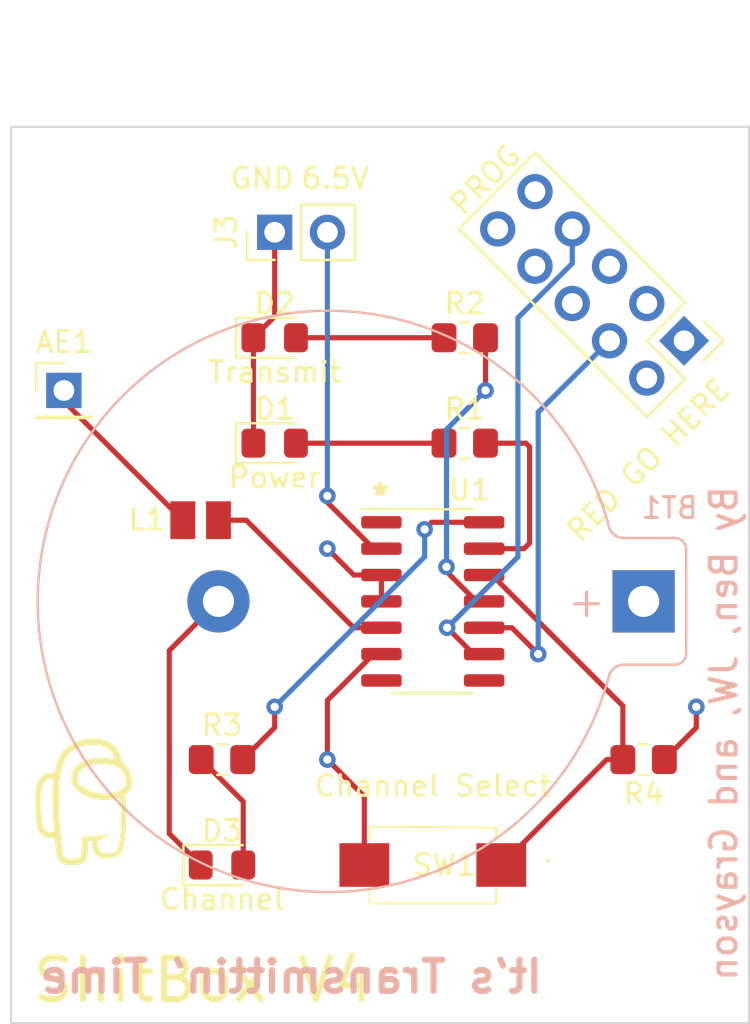
<source format=kicad_pcb>
(kicad_pcb (version 20211014) (generator pcbnew)
  (layers (0 "F.Cu" signal) (1 "In1.Cu" power "GND") (2 "In2.Cu" power "VCC") (31 "B.Cu" signal) (34 "B.Paste" user) (35 "F.Paste" user) (36 "B.SilkS" user "B.Silkscreen") (37 "F.SilkS" user "F.Silkscreen") (38 "B.Mask" user) (39 "F.Mask" user) (44 "Edge.Cuts" user))
  (net 0 "")
  (net 1 "+3V3")
  (net 2 "GND")
  (net 3 "Net-(D1-Pad2)")
  (net 4 "Net-(D2-Pad2)")
  (net 5 "Net-(D3-Pad2)")
  (net 6 "/VPP")
  (net 10 "/C2CLK")
  (net 13 "/C2DAT")
  (net 19 "GPIO1")
  (net 20 "GPIO3")
  (net 21 "GPIO8")
  (net 22 "GPIO2")
  (net 23 "/TXP")
  (net 24 "Net-(AE1-Pad1)")
  (footprint "Resistor_SMD:R_0805_2012Metric_Pad1.20x1.40mm_HandSolder" (layer "F.Cu") (at 129.54 93.98)
    (fp_text reference "R3" (at 0 -1.65) (layer "F.SilkS"))
    (fp_text value "1k")
    (fp_line (start -0.227064 0.735) (end 0.227064 0.735) (layer "F.SilkS") (width 0.12))
    (fp_line (start -0.227064 -0.735) (end 0.227064 -0.735) (layer "F.SilkS") (width 0.12))
    (pad "1" smd roundrect (at -1 0) (size 1.2 1.4) (layers "F.Cu" "F.Paste" "F.Mask") (roundrect_rratio 0.2083333333) (net 5 "Net-(D3-Pad2)"))
    (pad "2" smd roundrect (at 1 0) (size 1.2 1.4) (layers "F.Cu" "F.Paste" "F.Mask") (roundrect_rratio 0.2083333333) (net 21 "GPIO8"))
  )
  (footprint "MountingHole:MountingHole_3.2mm_M3" (layer "F.Cu") (at 149.86 101.6)
    (fp_text reference "REF**" hide)
    (fp_text value "MountingHole_3.2mm_M3" hide)
    (pad "" np_thru_hole circle (at 0 0) (size 3.2 3.2) (drill 3.2) (layers *.Cu *.Mask))
  )
  (footprint "DFE201610E-1R0M_P2:INDC2016X100N" (layer "F.Cu") (at 128.511648 82.448962)
    (fp_text reference "L1" (at -2.592375 -0.030017) (layer "F.SilkS"))
    (fp_text value "1uH")
    (pad "1" smd rect (at -0.86 0) (size 1.2 1.82) (layers "F.Cu" "F.Paste" "F.Mask") (net 24 "Net-(AE1-Pad1)"))
    (pad "2" smd rect (at 0.86 0) (size 1.2 1.82) (layers "F.Cu" "F.Paste" "F.Mask") (net 23 "/TXP"))
  )
  (footprint "MountingHole:MountingHole_3.2mm_M3" (layer "F.Cu") (at 124.46 67.945)
    (fp_text reference "REF**" hide)
    (fp_text value "MountingHole_3.2mm_M3" hide)
    (pad "" np_thru_hole circle (at 0 0) (size 3.2 3.2) (drill 3.2) (layers *.Cu *.Mask))
  )
  (footprint "Resistor_SMD:R_0805_2012Metric_Pad1.20x1.40mm_HandSolder" (layer "F.Cu") (at 149.86 93.98 180)
    (fp_text reference "R4" (at 0 -1.65) (layer "F.SilkS"))
    (fp_text value "1k")
    (fp_line (start -0.227064 0.735) (end 0.227064 0.735) (layer "F.SilkS") (width 0.12))
    (fp_line (start -0.227064 -0.735) (end 0.227064 -0.735) (layer "F.SilkS") (width 0.12))
    (pad "1" smd roundrect (at -1 0 180) (size 1.2 1.4) (layers "F.Cu" "F.Paste" "F.Mask") (roundrect_rratio 0.2083333333) (net 2 "GND"))
    (pad "2" smd roundrect (at 1 0 180) (size 1.2 1.4) (layers "F.Cu" "F.Paste" "F.Mask") (roundrect_rratio 0.2083333333) (net 22 "GPIO2"))
  )
  (footprint "Connector_PinHeader_2.54mm:PinHeader_2x05_P2.54mm_Vertical" (layer "F.Cu") (at 151.810129 73.807006 -135)
    (fp_text reference "PROG" (at 1.275001 12.259206 45) (layer "F.SilkS"))
    (fp_text value "ProgrammingAdapter")
    (fp_line (start -1.33 11.49) (end 3.87 11.49) (layer "F.SilkS") (width 0.12))
    (fp_line (start -1.33 0) (end -1.33 -1.33) (layer "F.SilkS") (width 0.12))
    (fp_line (start 3.87 -1.33) (end 3.87 11.49) (layer "F.SilkS") (width 0.12))
    (fp_line (start -1.33 1.27) (end 1.27 1.27) (layer "F.SilkS") (width 0.12))
    (fp_line (start 1.27 1.27) (end 1.27 -1.33) (layer "F.SilkS") (width 0.12))
    (fp_line (start -1.33 1.27) (end -1.33 11.49) (layer "F.SilkS") (width 0.12))
    (fp_line (start -1.33 -1.33) (end 0 -1.33) (layer "F.SilkS") (width 0.12))
    (fp_line (start 1.27 -1.33) (end 3.87 -1.33) (layer "F.SilkS") (width 0.12))
    (pad "1" thru_hole rect (at 0 0 225) (size 1.7 1.7) (drill 1) (layers *.Cu *.Mask))
    (pad "2" thru_hole oval (at 2.54 0 225) (size 1.7 1.7) (drill 1) (layers *.Cu *.Mask) (net 2 "GND"))
    (pad "3" thru_hole oval (at 0 2.54 225) (size 1.7 1.7) (drill 1) (layers *.Cu *.Mask))
    (pad "4" thru_hole oval (at 2.54 2.54 225) (size 1.7 1.7) (drill 1) (layers *.Cu *.Mask) (net 13 "/C2DAT"))
    (pad "5" thru_hole oval (at 0 5.08 225) (size 1.7 1.7) (drill 1) (layers *.Cu *.Mask))
    (pad "6" thru_hole oval (at 2.54 5.08 225) (size 1.7 1.7) (drill 1) (layers *.Cu *.Mask))
    (pad "7" thru_hole oval (at 0 7.62 225) (size 1.7 1.7) (drill 1) (layers *.Cu *.Mask) (net 10 "/C2CLK"))
    (pad "8" thru_hole oval (at 2.54 7.62 225) (size 1.7 1.7) (drill 1) (layers *.Cu *.Mask))
    (pad "9" thru_hole oval (at 0 10.16 225) (size 1.7 1.7) (drill 1) (layers *.Cu *.Mask))
    (pad "10" thru_hole oval (at 2.54 10.16 225) (size 1.7 1.7) (drill 1) (layers *.Cu *.Mask))
  )
  (footprint "Resistor_SMD:R_0805_2012Metric_Pad1.20x1.40mm_HandSolder" (layer "F.Cu") (at 141.24 78.74)
    (fp_text reference "R1" (at 0 -1.65) (layer "F.SilkS"))
    (fp_text value "1k")
    (fp_line (start -0.227064 -0.735) (end 0.227064 -0.735) (layer "F.SilkS") (width 0.12))
    (fp_line (start -0.227064 0.735) (end 0.227064 0.735) (layer "F.SilkS") (width 0.12))
    (pad "1" smd roundrect (at -1 0) (size 1.2 1.4) (layers "F.Cu" "F.Paste" "F.Mask") (roundrect_rratio 0.2083333333) (net 3 "Net-(D1-Pad2)"))
    (pad "2" smd roundrect (at 1 0) (size 1.2 1.4) (layers "F.Cu" "F.Paste" "F.Mask") (roundrect_rratio 0.2083333333) (net 19 "GPIO1"))
  )
  (footprint "PTS636_SM25F_SMTR_LFS(1):PTS636SM25FSMTRLFS" (layer "F.Cu") (at 139.7 99.06 180)
    (fp_text reference "SW1" (at -0.55 0 180) (layer "F.SilkS"))
    (fp_text value "SW_ChnlSelect")
    (fp_line (start -5.5 0.2) (end -5.5 0.2) (layer "F.SilkS") (width 0.1))
    (fp_line (start -3.05 1.2) (end -3.05 1.8) (layer "F.SilkS") (width 0.1))
    (fp_line (start -3.05 -1.85) (end 3.05 -1.85) (layer "F.SilkS") (width 0.1))
    (fp_line (start 3.05 -1.85) (end 3.05 -1.2) (layer "F.SilkS") (width 0.1))
    (fp_line (start -3.05 -1.2) (end -3.05 -1.85) (layer "F.SilkS") (width 0.1))
    (fp_line (start 3.05 1.2) (end 3.05 1.2) (layer "F.SilkS") (width 0.1))
    (fp_line (start -3.05 1.8) (end 3.05 1.85) (layer "F.SilkS") (width 0.1))
    (fp_line (start 3.05 1.85) (end 3.05 1.2) (layer "F.SilkS") (width 0.1))
    (fp_line (start -5.6 0.2) (end -5.6 0.2) (layer "F.SilkS") (width 0.1))
    (fp_arc (start -5.5 0.2) (mid -5.55 0.25) (end -5.6 0.2) (layer "F.SilkS") (width 0.1))
    (fp_arc (start -5.6 0.2) (mid -5.55 0.15) (end -5.5 0.2) (layer "F.SilkS") (width 0.1))
    (pad "1" smd rect locked (at -3.3 0 180) (size 2.4 2.1) (layers "F.Cu" "F.Paste" "F.Mask") (net 22 "GPIO2"))
    (pad "2" smd rect locked (at 3.3 0 180) (size 2.4 2.1) (layers "F.Cu" "F.Paste" "F.Mask") (net 1 "+3V3"))
  )
  (footprint "LED_SMD:LED_0805_2012Metric_Pad1.15x1.40mm_HandSolder" (layer "F.Cu") (at 132.08 73.66)
    (fp_text reference "D2" (at 0 -1.65) (layer "F.SilkS"))
    (fp_text value "Transmit" (at 0 1.65) (layer "F.SilkS"))
    (fp_line (start -1.86 0.96) (end 1 0.96) (layer "F.SilkS") (width 0.12))
    (fp_line (start 1 -0.96) (end -1.86 -0.96) (layer "F.SilkS") (width 0.12))
    (fp_line (start -1.86 -0.96) (end -1.86 0.96) (layer "F.SilkS") (width 0.12))
    (pad "1" smd roundrect (at -1.025 0) (size 1.15 1.4) (layers "F.Cu" "F.Paste" "F.Mask") (roundrect_rratio 0.2173913043) (net 2 "GND"))
    (pad "2" smd roundrect (at 1.025 0) (size 1.15 1.4) (layers "F.Cu" "F.Paste" "F.Mask") (roundrect_rratio 0.2173913043) (net 4 "Net-(D2-Pad2)"))
  )
  (footprint "Connector_PinHeader_2.54mm:PinHeader_1x02_P2.54mm_Vertical" (layer "F.Cu") (at 132.08 68.58 90)
    (fp_text reference "J3" (at 0 -2.33 90) (layer "F.SilkS"))
    (fp_text value "6.5v Programming Connector")
    (fp_line (start -1.33 -1.33) (end 0 -1.33) (layer "F.SilkS") (width 0.12))
    (fp_line (start -1.33 0) (end -1.33 -1.33) (layer "F.SilkS") (width 0.12))
    (fp_line (start -1.33 3.87) (end 1.33 3.87) (layer "F.SilkS") (width 0.12))
    (fp_line (start -1.33 1.27) (end -1.33 3.87) (layer "F.SilkS") (width 0.12))
    (fp_line (start 1.33 1.27) (end 1.33 3.87) (layer "F.SilkS") (width 0.12))
    (fp_line (start -1.33 1.27) (end 1.33 1.27) (layer "F.SilkS") (width 0.12))
    (pad "1" thru_hole rect (at 0 0 90) (size 1.7 1.7) (drill 1) (layers *.Cu *.Mask) (net 2 "GND"))
    (pad "2" thru_hole oval (at 0 2.54 90) (size 1.7 1.7) (drill 1) (layers *.Cu *.Mask) (net 6 "/VPP"))
  )
  (footprint "Package_SO:SOIC-14_3.9x8.7mm_P1.27mm" (layer "F.Cu") (at 139.7 86.36)
    (fp_text reference "U1" (at 1.777881 -5.378936) (layer "F.SilkS"))
    (fp_text value "Si4010-GS")
    (fp_line (start 0 4.435) (end -1.95 4.435) (layer "F.SilkS") (width 0.12))
    (fp_line (start 0 4.435) (end 1.95 4.435) (layer "F.SilkS") (width 0.12))
    (fp_line (start 0 -4.435) (end 1.95 -4.435) (layer "F.SilkS") (width 0.12))
    (fp_line (start 0 -4.435) (end -3.45 -4.435) (layer "F.SilkS") (width 0.12))
    (pad "1" smd roundrect (at -2.475 -3.81) (size 1.95 0.6) (layers "F.Cu" "F.Paste" "F.Mask"))
    (pad "2" smd roundrect (at -2.475 -2.54) (size 1.95 0.6) (layers "F.Cu" "F.Paste" "F.Mask") (net 6 "/VPP"))
    (pad "3" smd roundrect (at -2.475 -1.27) (size 1.95 0.6) (layers "F.Cu" "F.Paste" "F.Mask") (net 2 "GND"))
    (pad "4" smd roundrect (at -2.475 0) (size 1.95 0.6) (layers "F.Cu" "F.Paste" "F.Mask") (net 2 "GND"))
    (pad "5" smd roundrect (at -2.475 1.27) (size 1.95 0.6) (layers "F.Cu" "F.Paste" "F.Mask") (net 23 "/TXP"))
    (pad "6" smd roundrect (at -2.475 2.54) (size 1.95 0.6) (layers "F.Cu" "F.Paste" "F.Mask") (net 1 "+3V3"))
    (pad "7" smd roundrect (at -2.475 3.81) (size 1.95 0.6) (layers "F.Cu" "F.Paste" "F.Mask"))
    (pad "8" smd roundrect (at 2.475 3.81) (size 1.95 0.6) (layers "F.Cu" "F.Paste" "F.Mask"))
    (pad "9" smd roundrect (at 2.475 2.54) (size 1.95 0.6) (layers "F.Cu" "F.Paste" "F.Mask") (net 10 "/C2CLK"))
    (pad "10" smd roundrect (at 2.475 1.27) (size 1.95 0.6) (layers "F.Cu" "F.Paste" "F.Mask") (net 13 "/C2DAT"))
    (pad "11" smd roundrect (at 2.475 0) (size 1.95 0.6) (layers "F.Cu" "F.Paste" "F.Mask") (net 20 "GPIO3"))
    (pad "12" smd roundrect (at 2.475 -1.27) (size 1.95 0.6) (layers "F.Cu" "F.Paste" "F.Mask") (net 22 "GPIO2"))
    (pad "13" smd roundrect (at 2.475 -2.54) (size 1.95 0.6) (layers "F.Cu" "F.Paste" "F.Mask") (net 19 "GPIO1"))
    (pad "14" smd roundrect (at 2.475 -3.81) (size 1.95 0.6) (layers "F.Cu" "F.Paste" "F.Mask") (net 21 "GPIO8"))
  )
  (footprint "LED_SMD:LED_0805_2012Metric_Pad1.15x1.40mm_HandSolder" (layer "F.Cu") (at 129.54 99.06)
    (fp_text reference "D3" (at 0 -1.65) (layer "F.SilkS"))
    (fp_text value "Channel" (at 0 1.65) (layer "F.SilkS"))
    (fp_line (start -1.86 0.96) (end 1 0.96) (layer "F.SilkS") (width 0.12))
    (fp_line (start -1.86 -0.96) (end -1.86 0.96) (layer "F.SilkS") (width 0.12))
    (fp_line (start 1 -0.96) (end -1.86 -0.96) (layer "F.SilkS") (width 0.12))
    (pad "1" smd roundrect (at -1.025 0) (size 1.15 1.4) (layers "F.Cu" "F.Paste" "F.Mask") (roundrect_rratio 0.2173913043) (net 2 "GND"))
    (pad "2" smd roundrect (at 1.025 0) (size 1.15 1.4) (layers "F.Cu" "F.Paste" "F.Mask") (roundrect_rratio 0.2173913043) (net 5 "Net-(D3-Pad2)"))
  )
  (footprint "LED_SMD:LED_0805_2012Metric_Pad1.15x1.40mm_HandSolder" (layer "F.Cu") (at 132.08 78.74)
    (fp_text reference "D1" (at 0 -1.65) (layer "F.SilkS"))
    (fp_text value "Power" (at 0 1.65) (layer "F.SilkS"))
    (fp_line (start -1.86 0.96) (end 1 0.96) (layer "F.SilkS") (width 0.12))
    (fp_line (start -1.86 -0.96) (end -1.86 0.96) (layer "F.SilkS") (width 0.12))
    (fp_line (start 1 -0.96) (end -1.86 -0.96) (layer "F.SilkS") (width 0.12))
    (pad "1" smd roundrect (at -1.025 0) (size 1.15 1.4) (layers "F.Cu" "F.Paste" "F.Mask") (roundrect_rratio 0.2173913043) (net 2 "GND"))
    (pad "2" smd roundrect (at 1.025 0) (size 1.15 1.4) (layers "F.Cu" "F.Paste" "F.Mask") (roundrect_rratio 0.2173913043) (net 3 "Net-(D1-Pad2)"))
  )
  (footprint "Connector_PinHeader_2.54mm:PinHeader_1x01_P2.54mm_Vertical" (layer "F.Cu") (at 121.92 76.2)
    (fp_text reference "AE1" (at 0 -2.33) (layer "F.SilkS"))
    (fp_text value "Antenna")
    (fp_line (start -1.33 1.33) (end 1.33 1.33) (layer "F.SilkS") (width 0.12))
    (fp_line (start -1.33 0) (end -1.33 -1.33) (layer "F.SilkS") (width 0.12))
    (fp_line (start 1.33 1.27) (end 1.33 1.33) (layer "F.SilkS") (width 0.12))
    (fp_line (start -1.33 -1.33) (end 0 -1.33) (layer "F.SilkS") (width 0.12))
    (fp_line (start -1.33 1.27) (end 1.33 1.27) (layer "F.SilkS") (width 0.12))
    (fp_line (start -1.33 1.27) (end -1.33 1.33) (layer "F.SilkS") (width 0.12))
    (pad "1" thru_hole rect (at 0 0) (size 1.7 1.7) (drill 1) (layers *.Cu *.Mask) (net 24 "Net-(AE1-Pad1)"))
  )
  (footprint "Pictures:amongus_small" (layer "F.Cu") (at 122.899298 95.962318)
    (fp_text reference "G0")
    (fp_text value "LOGO" hide)
    (fp_poly (pts (xy 0.647502 -2.992112) (xy 0.795818 -2.971472) (xy 0.816711 -2.967339) (xy 0.920278 -2.941241) (xy 1.030035 -2.905522) (xy 1.134967 -2.864061) (xy 1.207244 -2.829781) (xy 1.306803 -2.772563) (xy 1.394671 -2.709965) (xy 1.472706 -2.639423) (xy 1.542765 -2.558374) (xy 1.606707 -2.464255) (xy 1.666389 -2.354501) (xy 1.72367 -2.226551) (xy 1.780407 -2.07784) (xy 1.806355 -2.00317) (xy 1.82801 -1.940211) (xy 1.845554 -1.894277) (xy 1.862658 -1.859078) (xy 1.882991 -1.828328) (xy 1.910222 -1.795737) (xy 1.948021 -1.755017) (xy 1.956236 -1.746333) (xy 2.029656 -1.665981) (xy 2.087776 -1.595339) (xy 2.134586 -1.528884) (xy 2.174072 -1.461092) (xy 2.200106 -1.408571) (xy 2.251529 -1.284879) (xy 2.291897 -1.159495) (xy 2.319689 -1.038327) (xy 2.333384 -0.927284) (xy 2.334571 -0.886223) (xy 2.326663 -0.7994) (xy 2.305615 -0.706499) (xy 2.274547 -0.619875) (xy 2.259489 -0.588764) (xy 2.224487 -0.533147) (xy 2.177603 -0.472407) (xy 2.124603 -0.412946) (xy 2.071252 -0.361167) (xy 2.023314 -0.323474) (xy 2.017055 -0.319496) (xy 1.987461 -0.298907) (xy 1.969227 -0.28141) (xy 1.966465 -0.275554) (xy 1.967944 -0.258492) (xy 1.972201 -0.222835) (xy 1.978523 -0.174315) (xy 1.98401 -0.134238) (xy 1.997397 -0.025521) (xy 2.008082 0.090745) (xy 2.016167 0.217271) (xy 2.021753 0.356771) (xy 2.024942 0.511955) (xy 2.025835 0.685537) (xy 2.024535 0.880228) (xy 2.02389 0.931678) (xy 2.021707 1.076852) (xy 2.019259 1.201099) (xy 2.016316 1.308071) (xy 2.012647 1.401419) (xy 2.008021 1.484792) (xy 2.002208 1.561842) (xy 1.994978 1.636219) (xy 1.9861 1.711574) (xy 1.975344 1.791557) (xy 1.965179 1.861684) (xy 1.93511 2.037179) (xy 1.899775 2.194486) (xy 1.859651 2.331872) (xy 1.815215 2.447601) (xy 1.789994 2.499722) (xy 1.738212 2.572275) (xy 1.665377 2.635873) (xy 1.573643 2.689648) (xy 1.465167 2.732734) (xy 1.342101 2.764266) (xy 1.2066 2.783376) (xy 1.069992 2.78924) (xy 0.924686 2.780655) (xy 0.79731 2.755374) (xy 0.687711 2.713346) (xy 0.595739 2.654523) (xy 0.558882 2.621383) (xy 0.498378 2.546075) (xy 0.446485 2.451606) (xy 0.404852 2.342386) (xy 0.375131 2.222825) (xy 0.358971 2.097332) (xy 0.358202 2.085279) (xy 0.350217 1.947702) (xy 0.273415 1.944044) (xy 0.196613 1.940385) (xy 0.196613 2.050589) (xy 0.194969 2.141668) (xy 0.190383 2.24285) (xy 0.183369 2.347831) (xy 0.174446 2.450308) (xy 0.164128 2.543977) (xy 0.152934 2.622535) (xy 0.14715 2.654272) (xy 0.123959 2.744341) (xy 0.092754 2.82912) (xy 0.05605 2.903186) (xy 0.016365 2.961116) (xy -0.005936 2.984235) (xy -0.065516 3.022733) (xy -0.147841 3.053885) (xy -0.252138 3.077486) (xy -0.377634 3.093331) (xy -0.430092 3.097236) (xy -0.523216 3.10258) (xy -0.597635 3.105656) (xy -0.659118 3.106447) (xy -0.713434 3.104936) (xy -0.766352 3.101104) (xy -0.814046 3.096068) (xy -0.92935 3.073798) (xy -1.033723 3.035991) (xy -1.123511 2.984385) (xy -1.195065 2.920719) (xy -1.203775 2.91051) (xy -1.227735 2.877109) (xy -1.255471 2.832373) (xy -1.276205 2.794953) (xy -1.288691 2.769047) (xy -1.299583 2.741303) (xy -1.309332 2.709063) (xy -1.318384 2.669671) (xy -1.32719 2.620473) (xy -1.336197 2.55881) (xy -1.345855 2.482028) (xy -1.35661 2.38747) (xy -1.368914 2.27248) (xy -1.376103 2.203426) (xy -1.384515 2.122484) (xy -1.39272 2.044205) (xy -1.40014 1.974047) (xy -1.406198 1.917466) (xy -1.410296 1.880117) (xy -1.419304 1.800242) (xy -1.575231 1.797845) (xy -1.659744 1.79537) (xy -1.726359 1.789928) (xy -1.78171 1.780086) (xy -1.832427 1.76441) (xy -1.885145 1.741467) (xy -1.921823 1.722922) (xy -2.020083 1.658278) (xy -2.108066 1.57409) (xy -2.182597 1.474343) (xy -2.240501 1.363022) (xy -2.266558 1.290276) (xy -2.280963 1.231397) (xy -2.295514 1.152623) (xy -2.309607 1.058626) (xy -2.322641 0.954075) (xy -2.334012 0.843643) (xy -2.343118 0.732) (xy -2.347379 0.66391) (xy -2.351605 0.572326) (xy -2.355078 0.468552) (xy -2.357796 0.355971) (xy -2.359756 0.237965) (xy -2.360954 0.117917) (xy -2.361389 -0.000791) (xy -2.361266 -0.043009) (xy -2.064019 -0.043009) (xy -2.062906 0.14159) (xy -2.059225 0.320334) (xy -2.05314 0.490926) (xy -2.044817 0.651068) (xy -2.034421 0.798461) (xy -2.022117 0.930809) (xy -2.00807 1.045814) (xy -1.992445 1.141177) (xy -1.975409 1.214601) (xy -1.973015 1.22269) (xy -1.938756 1.298801) (xy -1.886507 1.370096) (xy -1.821865 1.430638) (xy -1.750423 1.474491) (xy -1.726512 1.484217) (xy -1.698172 1.490013) (xy -1.652888 1.494708) (xy -1.598293 1.497624) (xy -1.569279 1.498208) (xy -1.448911 1.499178) (xy -1.455712 1.459241) (xy -1.460311 1.423865) (xy -1.465893 1.367365) (xy -1.472228 1.293166) (xy -1.479087 1.204691) (xy -1.486241 1.105362) (xy -1.49346 0.998604) (xy -1.500514 0.887841) (xy -1.507174 0.776494) (xy -1.513211 0.667989) (xy -1.518395 0.565748) (xy -1.522497 0.473195) (xy -1.523456 0.448525) (xy -1.528391 0.296506) (xy -1.531984 0.14241) (xy -1.534237 -0.01021) (xy -1.534727 -0.089401) (xy -1.220777 -0.089401) (xy -1.216377 0.177797) (xy -1.216135 0.187212) (xy -1.209277 0.405621) (xy -1.200032 0.621307) (xy -1.188137 0.837479) (xy -1.173331 1.057347) (xy -1.155353 1.284121) (xy -1.133942 1.521011) (xy -1.108837 1.771226) (xy -1.079775 2.037977) (xy -1.046496 2.324473) (xy -1.033012 2.436528) (xy -1.020041 2.531258) (xy -1.005683 2.60476) (xy -0.988015 2.660379) (xy -0.965115 2.701457) (xy -0.935058 2.731338) (xy -0.895922 2.753365) (xy -0.845784 2.770882) (xy -0.839694 2.772626) (xy -0.802475 2.778871) (xy -0.746172 2.783068) (xy -0.67618 2.785311) (xy -0.597899 2.785692) (xy -0.516727 2.784307) (xy -0.43806 2.781247) (xy -0.367297 2.776608) (xy -0.309835 2.770483) (xy -0.271073 2.762966) (xy -0.270344 2.762747) (xy -0.230003 2.745954) (xy -0.20471 2.721718) (xy -0.194075 2.703161) (xy -0.176702 2.659288) (xy -0.162262 2.603348) (xy -0.150514 2.533187) (xy -0.141215 2.446651) (xy -0.13412 2.341584) (xy -0.128987 2.215834) (xy -0.126176 2.101307) (xy -0.124087 2.011186) (xy -0.121453 1.92797) (xy -0.11844 1.85517) (xy -0.115216 1.796294) (xy -0.111947 1.754853) (xy -0.1088 1.734357) (xy -0.108697 1.734068) (xy -0.097653 1.70476) (xy 0.18158 1.713347) (xy 0.342363 1.716185) (xy 0.486508 1.71366) (xy 0.621229 1.705033) (xy 0.753738 1.689569) (xy 0.89125 1.66653) (xy 1.040977 1.635178) (xy 1.115167 1.617946) (xy 1.154374 1.609968) (xy 1.18205 1.606923) (xy 1.191969 1.609269) (xy 1.183818 1.621873) (xy 1.162201 1.646694) (xy 1.131372 1.678919) (xy 1.123078 1.687217) (xy 1.055821 1.743215) (xy 0.970634 1.797643) (xy 0.874094 1.847108) (xy 0.772781 1.888218) (xy 0.678985 1.916231) (xy 0.616287 1.931273) (xy 0.62247 1.976352) (xy 0.642254 2.100311) (xy 0.665235 2.202584) (xy 0.692712 2.28599) (xy 0.725984 2.353348) (xy 0.76635 2.407477) (xy 0.815109 2.451193) (xy 0.852653 2.47579) (xy 0.917623 2.503521) (xy 0.995921 2.520829) (xy 1.083133 2.528307) (xy 1.174846 2.526549) (xy 1.266646 2.516149) (xy 1.354121 2.4977) (xy 1.432858 2.471796) (xy 1.498443 2.439033) (xy 1.546464 2.400002) (xy 1.561239 2.380435) (xy 1.580897 2.340569) (xy 1.603379 2.282071) (xy 1.626949 2.21046) (xy 1.649872 2.131255) (xy 1.670412 2.049975) (xy 1.682326 1.995376) (xy 1.70468 1.874962) (xy 1.723328 1.752154) (xy 1.738445 1.624107) (xy 1.750206 1.487975) (xy 1.758787 1.340911) (xy 1.764363 1.18007) (xy 1.76711 1.002604) (xy 1.767201 0.805667) (xy 1.76562 0.642442) (xy 1.763082 0.480952) (xy 1.760016 0.342024) (xy 1.756317 0.223645) (xy 1.75188 0.123804) (xy 1.7466 0.040489) (xy 1.74037 -0.028311) (xy 1.733087 -0.084608) (xy 1.725423 -0.126822) (xy 1.71645 -0.150898) (xy 1.701903 -0.154444) (xy 1.697696 -0.152936) (xy 1.677795 -0.146251) (xy 1.640142 -0.134956) (xy 1.590722 -0.120813) (xy 1.551421 -0.109912) (xy 1.331726 -0.061537) (xy 1.109021 -0.035294) (xy 0.886254 -0.031111) (xy 0.666375 -0.048911) (xy 0.452332 -0.08862) (xy 0.269337 -0.142257) (xy 0.104634 -0.209147) (xy -0.053008 -0.291826) (xy -0.199259 -0.387483) (xy -0.329787 -0.493301) (xy -0.434228 -0.599465) (xy -0.508428 -0.696691) (xy -0.562058 -0.795862) (xy -0.59694 -0.901994) (xy -0.614898 -1.020101) (xy -0.618111 -1.099806) (xy -0.300728 -1.099806) (xy -0.299417 -1.035939) (xy -0.295164 -0.989228) (xy -0.286876 -0.952322) (xy -0.273767 -0.918544) (xy -0.237401 -0.85842) (xy -0.181832 -0.792292) (xy -0.110646 -0.723352) (xy -0.027433 -0.654791) (xy 0.064219 -0.589799) (xy 0.160722 -0.531568) (xy 0.162441 -0.530623) (xy 0.308248 -0.462864) (xy 0.469785 -0.409704) (xy 0.642502 -0.371858) (xy 0.82185 -0.350044) (xy 1.003278 -0.344978) (xy 1.182237 -0.357376) (xy 1.225574 -0.363216) (xy 1.39675 -0.395045) (xy 1.549146 -0.436734) (xy 1.681693 -0.487862) (xy 1.793317 -0.548006) (xy 1.882948 -0.616745) (xy 1.892299 -0.625673) (xy 1.943359 -0.679574) (xy 1.977498 -0.727298) (xy 1.998301 -0.776216) (xy 2.009349 -0.833701) (xy 2.012666 -0.873278) (xy 2.008118 -0.984852) (xy 1.982163 -1.105621) (xy 1.93526 -1.233561) (xy 1.926371 -1.25341) (xy 1.891985 -1.317371) (xy 1.845947 -1.387658) (xy 1.793517 -1.457343) (xy 1.739957 -1.519498) (xy 1.690528 -1.567195) (xy 1.684062 -1.572464) (xy 1.619083 -1.615486) (xy 1.539739 -1.652361) (xy 1.444284 -1.68351) (xy 1.330973 -1.709355) (xy 1.198059 -1.730317) (xy 1.043799 -1.746818) (xy 0.924835 -1.755769) (xy 0.73296 -1.761413) (xy 0.557707 -1.752062) (xy 0.395904 -1.727289) (xy 0.244381 -1.686668) (xy 0.149931 -1.651576) (xy 0.022005 -1.590373) (xy -0.08378 -1.521309) (xy -0.168967 -1.443078) (xy -0.235099 -1.354375) (xy -0.263003 -1.302564) (xy -0.280844 -1.262938) (xy -0.292028 -1.229625) (xy -0.298059 -1.194539) (xy -0.300442 -1.149597) (xy -0.300728 -1.099806) (xy -0.618111 -1.099806) (xy -0.618359 -1.10595) (xy -0.615608 -1.195605) (xy -0.604995 -1.273114) (xy -0.584366 -1.347084) (xy -0.551567 -1.426125) (xy -0.524539 -1.480745) (xy -0.475514 -1.559371) (xy -0.409848 -1.641251) (xy -0.333561 -1.720131) (xy -0.252676 -1.789757) (xy -0.177024 -1.841656) (xy -0.002776 -1.930046) (xy 0.184154 -1.998084) (xy 0.382036 -2.045325) (xy 0.589141 -2.071324) (xy 0.7373 -2.076646) (xy 0.822386 -2.075111) (xy 0.917798 -2.070753) (xy 1.018766 -2.064033) (xy 1.120516 -2.055411) (xy 1.218277 -2.045349) (xy 1.307277 -2.034306) (xy 1.382742 -2.022744) (xy 1.439902 -2.011122) (xy 1.453264 -2.007549) (xy 1.464726 -2.005884) (xy 1.467656 -2.013209) (xy 1.461757 -2.034346) (xy 1.449634 -2.066631) (xy 1.393279 -2.198168) (xy 1.335407 -2.305339) (xy 1.275919 -2.388316) (xy 1.240061 -2.425957) (xy 1.13888 -2.504462) (xy 1.018675 -2.571289) (xy 0.882811 -2.624895) (xy 0.734653 -2.663737) (xy 0.711606 -2.66819) (xy 0.63605 -2.677975) (xy 0.543281 -2.683587) (xy 0.440281 -2.685156) (xy 0.334034 -2.682813) (xy 0.231524 -2.676689) (xy 0.139732 -2.666914) (xy 0.077559 -2.65631) (xy -0.084156 -2.614074) (xy -0.240661 -2.55837) (xy -0.388128 -2.49115) (xy -0.522728 -2.414363) (xy -0.640634 -2.329962) (xy -0.736633 -2.24138) (xy -0.800707 -2.164635) (xy -0.859134 -2.076514) (xy -0.913427 -1.974033) (xy -0.965099 -1.854204) (xy -1.015664 -1.714042) (xy -1.036609 -1.649427) (xy -1.083112 -1.488533) (xy -1.122444 -1.322617) (xy -1.154836 -1.149317) (xy -1.180519 -0.966271) (xy -1.199724 -0.771118) (xy -1.212681 -0.561496) (xy -1.219622 -0.335045) (xy -1.220777 -0.089401) (xy -1.534727 -0.089401) (xy -1.535151 -0.157798) (xy -1.53473 -0.296799) (xy -1.532974 -0.42366) (xy -1.529886 -0.534826) (xy -1.525468 -0.626742) (xy -1.522826 -0.66357) (xy -1.516813 -0.737743) (xy -1.51051 -0.817478) (xy -1.504777 -0.891814) (xy -1.5014 -0.936986) (xy -1.492632 -1.056797) (xy -1.53831 -1.056797) (xy -1.604175 -1.051062) (xy -1.676319 -1.035855) (xy -1.741842 -1.014168) (xy -1.762476 -1.004772) (xy -1.806174 -0.97692) (xy -1.855293 -0.936856) (xy -1.903102 -0.890994) (xy -1.94287 -0.845747) (xy -1.966468 -0.810377) (xy -1.997357 -0.732178) (xy -2.022396 -0.630179) (xy -2.041574 -0.504456) (xy -2.054883 -0.355081) (xy -2.062314 -0.182129) (xy -2.064019 -0.043009) (xy -2.361266 -0.043009) (xy -2.361057 -0.114776) (xy -2.359954 -0.220656) (xy -2.358079 -0.315048) (xy -2.355427 -0.394569) (xy -2.351997 -0.455838) (xy -2.348395 -0.491533) (xy -2.331062 -0.596398) (xy -2.3103 -0.698099) (xy -2.287377 -0.791562) (xy -2.263562 -0.871712) (xy -2.240123 -0.933474) (xy -2.235477 -0.94341) (xy -2.184048 -1.026541) (xy -2.113943 -1.108227) (xy -2.030827 -1.183637) (xy -1.940366 -1.247942) (xy -1.848227 -1.29631) (xy -1.801198 -1.313663) (xy -1.735053 -1.330804) (xy -1.657517 -1.3459) (xy -1.578819 -1.357316) (xy -1.509186 -1.363419) (xy -1.486235 -1.364005) (xy -1.454147 -1.366237) (xy -1.438141 -1.376284) (xy -1.430202 -1.397798) (xy -1.375427 -1.611795) (xy -1.31784 -1.802529) (xy -1.25699 -1.971205) (xy -1.192422 -2.119023) (xy -1.123682 -2.247186) (xy -1.088683 -2.302659) (xy -0.996091 -2.421578) (xy -0.882272 -2.53411) (xy -0.750138 -2.638492) (xy -0.6026 -2.73296) (xy -0.442568 -2.815751) (xy -0.272955 -2.885102) (xy -0.096671 -2.939248) (xy -0.001664 -2.961151) (xy 0.154008 -2.985805) (xy 0.319094 -2.999221) (xy 0.486093 -3.001342)) (layer "F.SilkS") (width 0) (fill solid))
  )
  (footprint "Resistor_SMD:R_0805_2012Metric_Pad1.20x1.40mm_HandSolder" (layer "F.Cu") (at 141.24 73.66)
    (fp_text reference "R2" (at 0 -1.65) (layer "F.SilkS"))
    (fp_text value "1k")
    (fp_line (start -0.227064 -0.735) (end 0.227064 -0.735) (layer "F.SilkS") (width 0.12))
    (fp_line (start -0.227064 0.735) (end 0.227064 0.735) (layer "F.SilkS") (width 0.12))
    (pad "1" smd roundrect (at -1 0) (size 1.2 1.4) (layers "F.Cu" "F.Paste" "F.Mask") (roundrect_rratio 0.2083333333) (net 4 "Net-(D2-Pad2)"))
    (pad "2" smd roundrect (at 1 0) (size 1.2 1.4) (layers "F.Cu" "F.Paste" "F.Mask") (roundrect_rratio 0.2083333333) (net 20 "GPIO3"))
  )
  (footprint "Battery:BatteryHolder_Keystone_105_1x2430" (layer "B.Cu") (at 149.86 86.36 180)
    (fp_text reference "BT1" (at -1.25 4.5) (layer "B.SilkS") (effects (justify mirror)))
    (fp_text value "3.33v Coincell")
    (fp_text user "+" (at 2.75 0) (layer "B.SilkS") (effects (font (size 1.5 1.5)) (justify mirror)))
    (fp_line (start 0.95 3.05) (end -1.5 3.05) (layer "B.SilkS") (width 0.12))
    (fp_line (start -2.05 2.5) (end -2.05 -2.5) (layer "B.SilkS") (width 0.12))
    (fp_line (start -1.5 -3.05) (end 0.95 -3.05) (layer "B.SilkS") (width 0.12))
    (fp_arc (start 29.199738 -0.015231) (mid 16.981862 13.885887) (end 1.65 3.52) (layer "B.SilkS") (width 0.12))
    (fp_arc (start 1.65 -3.52) (mid 16.981862 -13.885887) (end 29.199738 0.015231) (layer "B.SilkS") (width 0.12))
    (fp_arc (start -2.05 -2.5) (mid -1.888909 -2.888909) (end -1.5 -3.05) (layer "B.SilkS") (width 0.12))
    (fp_arc (start -1.5 3.05) (mid -1.888909 2.888909) (end -2.05 2.5) (layer "B.SilkS") (width 0.12))
    (fp_arc (start 1.654769 -3.543485) (mid 1.380182 -3.185636) (end 0.95 -3.05) (layer "B.SilkS") (width 0.12))
    (fp_arc (start 0.95 3.05) (mid 1.380182 3.185636) (end 1.654769 3.543485) (layer "B.SilkS") (width 0.12))
    (pad "1" thru_hole rect (at 0 0 180) (size 3 3) (drill 1.5) (layers *.Cu *.Mask) (net 1 "+3V3"))
    (pad "2" thru_hole circle (at 20.49 0 180) (size 3 3) (drill 1.5) (layers *.Cu *.Mask) (net 2 "GND"))
  )
  (gr_line (start 119.38 106.68) (end 119.38 101.6) (layer "Edge.Cuts") (width 0.1))
  (gr_line (start 154.94 63.5) (end 154.94 106.68) (layer "Edge.Cuts") (width 0.1))
  (gr_line (start 154.94 63.5) (end 119.38 63.5) (layer "Edge.Cuts") (width 0.1))
  (gr_line (start 154.94 106.68) (end 119.38 106.68) (layer "Edge.Cuts") (width 0.1))
  (gr_line (start 119.38 101.6) (end 119.38 68.58) (layer "Edge.Cuts") (width 0.1))
  (gr_line (start 119.38 63.5) (end 119.38 68.58) (layer "Edge.Cuts") (width 0.1))
  (gr_text "By Ben, JW, and Grayson" (at 153.72332 92.720664 90) (layer "B.SilkS") (effects (font (size 1.25 1.25) (thickness 0.2)) (justify mirror)))
  (gr_text "It's Transmittin' Time" (at 132.878138 104.442638) (layer "B.SilkS") (effects (font (size 1.5 1.5) (thickness 0.3)) (justify mirror)))
  (gr_text "ShitBox V4" (at 128.646385 104.607209) (layer "F.SilkS") (effects (font (size 2 2) (thickness 0.3))))
  (gr_text "Channel Select\n" (at 139.7 95.25) (layer "F.SilkS") (effects (font (size 1 1))))
  (gr_text "6.5V\n" (at 135 65.987516) (layer "F.SilkS") (effects (font (size 1 1))))
  (gr_text "*" (at 137.16 81.28) (layer "F.SilkS") (effects (font (size 1 1) (thickness 0.25))))
  (gr_text "GND\n" (at 131.480714 65.987516) (layer "F.SilkS") (effects (font (size 1 1))))
  (gr_text "RED GO HERE\n" (at 150.086585 79.546697 45) (layer "F.SilkS") (effects (font (size 1 1))))
  (segment (start 134.62 93.98) (end 136.4 95.76) (width 0.25) (layer "F.Cu") (net 1))
  (segment (start 136.4 95.76) (end 136.4 99.06) (width 0.25) (layer "F.Cu") (net 1))
  (segment (start 137.225 88.9) (end 136.848249 88.9) (width 0.25) (layer "F.Cu") (net 1))
  (segment (start 136.848249 88.9) (end 134.62 91.128249) (width 0.25) (layer "F.Cu") (net 1))
  (segment (start 134.62 91.128249) (end 134.62 93.98) (width 0.25) (layer "F.Cu") (net 1))
  (via (at 134.62 93.98) (size 0.8) (drill 0.4) (layers "F.Cu" "B.Cu") (net 1))
  (segment (start 135.89 85.09) (end 134.62 83.82) (width 0.25) (layer "F.Cu") (net 2))
  (segment (start 131.055 73.66) (end 132.08 72.635) (width 0.25) (layer "F.Cu") (net 2))
  (segment (start 152.4 92.44) (end 152.4 91.44) (width 0.25) (layer "F.Cu") (net 2))
  (segment (start 127 88.73) (end 129.37 86.36) (width 0.25) (layer "F.Cu") (net 2))
  (segment (start 137.225 85.09) (end 135.89 85.09) (width 0.25) (layer "F.Cu") (net 2))
  (segment (start 131.055 78.74) (end 131.055 73.66) (width 0.25) (layer "F.Cu") (net 2))
  (segment (start 128.515 99.06) (end 127 97.545) (width 0.25) (layer "F.Cu") (net 2))
  (segment (start 137.225 86.36) (end 136.848249 86.36) (width 0.25) (layer "F.Cu") (net 2))
  (segment (start 137.225 86.36) (end 137.225 85.09) (width 0.25) (layer "F.Cu") (net 2))
  (segment (start 150.86 93.98) (end 152.4 92.44) (width 0.25) (layer "F.Cu") (net 2))
  (segment (start 132.08 72.635) (end 132.08 68.58) (width 0.25) (layer "F.Cu") (net 2))
  (segment (start 127 97.545) (end 127 88.73) (width 0.25) (layer "F.Cu") (net 2))
  (via (at 152.4 91.44) (size 0.8) (drill 0.4) (layers "F.Cu" "B.Cu") (net 2))
  (via (at 134.62 83.82) (size 0.8) (drill 0.4) (layers "F.Cu" "B.Cu") (net 2))
  (segment (start 133.105 78.74) (end 140.24 78.74) (width 0.25) (layer "F.Cu") (net 3))
  (segment (start 133.105 73.66) (end 140.24 73.66) (width 0.25) (layer "F.Cu") (net 4))
  (segment (start 128.54 93.98) (end 130.565 96.005) (width 0.25) (layer "F.Cu") (net 5))
  (segment (start 130.565 96.005) (end 130.565 99.06) (width 0.25) (layer "F.Cu") (net 5))
  (segment (start 134.62 81.591751) (end 136.848249 83.82) (width 0.25) (layer "F.Cu") (net 6))
  (segment (start 136.848249 83.82) (end 137.16 83.82) (width 0.25) (layer "F.Cu") (net 6))
  (segment (start 134.62 81.28) (end 134.62 81.591751) (width 0.25) (layer "F.Cu") (net 6))
  (via (at 134.62 81.28) (size 0.8) (drill 0.4) (layers "F.Cu" "B.Cu") (net 6))
  (segment (start 134.62 68.58) (end 134.62 81.28) (width 0.25) (layer "B.Cu") (net 6))
  (segment (start 141.663635 88.9) (end 142.175 88.9) (width 0.25) (layer "F.Cu") (net 10))
  (segment (start 140.391683 87.628048) (end 141.663635 88.9) (width 0.25) (layer "F.Cu") (net 10))
  (via (at 140.391683 87.628048) (size 0.8) (drill 0.4) (layers "F.Cu" "B.Cu") (net 10))
  (segment (start 143.80267 84.217061) (end 140.391683 87.628048) (width 0.25) (layer "B.Cu") (net 10))
  (segment (start 143.80267 72.699859) (end 143.80267 84.217061) (width 0.25) (layer "B.Cu") (net 10))
  (segment (start 146.421975 70.080554) (end 143.80267 72.699859) (width 0.25) (layer "B.Cu") (net 10))
  (segment (start 146.421975 68.418852) (end 146.421975 70.080554) (width 0.25) (layer "B.Cu") (net 10))
  (segment (start 144.78 88.9) (end 143.51 87.63) (width 0.25) (layer "F.Cu") (net 13))
  (segment (start 143.51 87.63) (end 142.175 87.63) (width 0.25) (layer "F.Cu") (net 13))
  (via (at 144.78 88.9) (size 0.8) (drill 0.4) (layers "F.Cu" "B.Cu") (net 13))
  (segment (start 144.78 77.245033) (end 144.78 88.9) (width 0.25) (layer "B.Cu") (net 13))
  (segment (start 148.218027 73.807006) (end 144.78 77.245033) (width 0.25) (layer "B.Cu") (net 13))
  (segment (start 144.189758 78.74) (end 142.24 78.74) (width 0.25) (layer "F.Cu") (net 19))
  (segment (start 142.175 83.82) (end 144.096191 83.82) (width 0.25) (layer "F.Cu") (net 19))
  (segment (start 144.364252 83.551939) (end 144.364252 78.914494) (width 0.25) (layer "F.Cu") (net 19))
  (segment (start 144.096191 83.82) (end 144.364252 83.551939) (width 0.25) (layer "F.Cu") (net 19))
  (segment (start 144.364252 78.914494) (end 144.189758 78.74) (width 0.25) (layer "F.Cu") (net 19))
  (segment (start 140.361215 84.922966) (end 141.798249 86.36) (width 0.25) (layer "F.Cu") (net 20))
  (segment (start 142.24 76.2) (end 142.24 73.66) (width 0.25) (layer "F.Cu") (net 20))
  (segment (start 140.361215 84.695664) (end 140.361215 84.922966) (width 0.25) (layer "F.Cu") (net 20))
  (segment (start 142.175 86.36) (end 141.798249 86.36) (width 0.25) (layer "F.Cu") (net 20))
  (via (at 142.24 76.2) (size 0.8) (drill 0.4) (layers "F.Cu" "B.Cu") (net 20))
  (via (at 140.361215 84.695664) (size 0.8) (drill 0.4) (layers "F.Cu" "B.Cu") (net 20))
  (segment (start 142.24 76.2) (end 140.361215 78.078785) (width 0.25) (layer "B.Cu") (net 20))
  (segment (start 140.361215 78.078785) (end 140.361215 84.695664) (width 0.25) (layer "B.Cu") (net 20))
  (segment (start 139.306844 82.890723) (end 139.647567 82.55) (width 0.25) (layer "F.Cu") (net 21))
  (segment (start 139.647567 82.55) (end 142.175 82.55) (width 0.25) (layer "F.Cu") (net 21))
  (segment (start 130.54 93.98) (end 132.08 92.44) (width 0.25) (layer "F.Cu") (net 21))
  (segment (start 132.08 92.44) (end 132.08 91.44) (width 0.25) (layer "F.Cu") (net 21))
  (via (at 132.08 91.44) (size 0.8) (drill 0.4) (layers "F.Cu" "B.Cu") (net 21))
  (via (at 139.306844 82.890723) (size 0.8) (drill 0.4) (layers "F.Cu" "B.Cu") (net 21))
  (segment (start 139.306844 82.890723) (end 139.306844 84.213156) (width 0.25) (layer "B.Cu") (net 21))
  (segment (start 139.306844 84.213156) (end 132.08 91.44) (width 0.25) (layer "B.Cu") (net 21))
  (segment (start 143 99.06) (end 148.08 93.98) (width 0.25) (layer "F.Cu") (net 22))
  (segment (start 142.551751 85.09) (end 148.86 91.398249) (width 0.25) (layer "F.Cu") (net 22))
  (segment (start 142.175 85.09) (end 142.551751 85.09) (width 0.25) (layer "F.Cu") (net 22))
  (segment (start 148.86 91.398249) (end 148.86 93.98) (width 0.25) (layer "F.Cu") (net 22))
  (segment (start 148.08 93.98) (end 148.86 93.98) (width 0.25) (layer "F.Cu") (net 22))
  (segment (start 135.89 87.63) (end 137.225 87.63) (width 0.25) (layer "F.Cu") (net 23))
  (segment (start 129.371648 82.448962) (end 130.708962 82.448962) (width 0.25) (layer "F.Cu") (net 23))
  (segment (start 130.708962 82.448962) (end 135.89 87.63) (width 0.25) (layer "F.Cu") (net 23))
  (segment (start 127.651648 82.448962) (end 121.92 76.717314) (width 0.25) (layer "F.Cu") (net 24))
  (segment (start 121.92 76.717314) (end 121.92 76.2) (width 0.25) (layer "F.Cu") (net 24))
)
</source>
